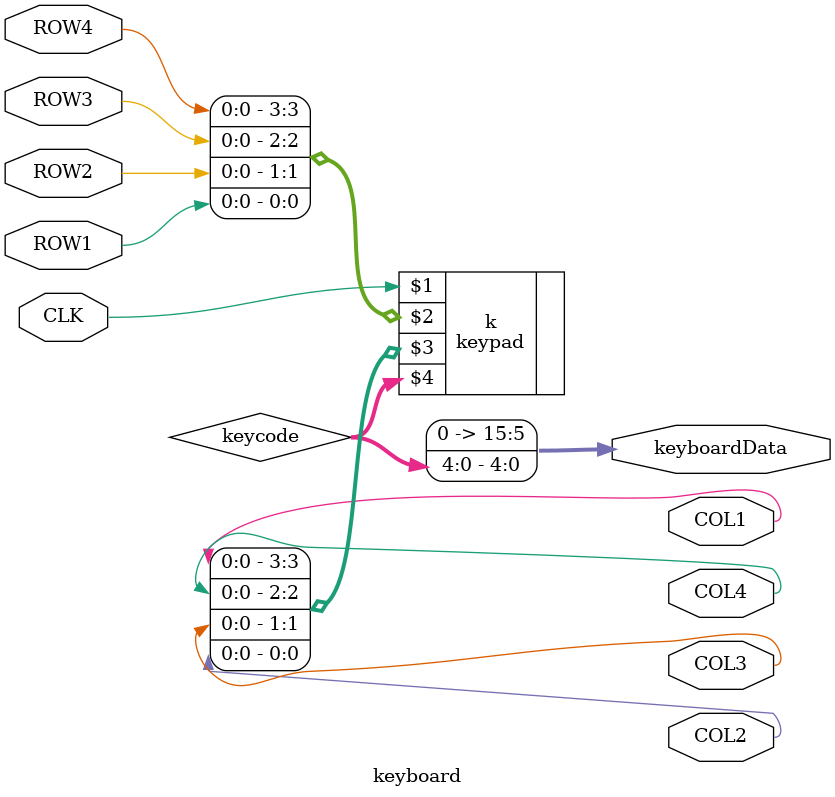
<source format=v>
`include "keypad.v"

module keyboard (
    input CLK,
    output COL1,    // keypad column 1
    output COL2,    // keypad column 2
    output COL3,    // keypad column 3
    output COL4,    // keypad column 4
    input ROW1,     // keypad row 1
    input ROW2,     // keypad row 2
    input ROW3,     // keypad row 3
    input ROW4,     // keypad row 4
    output [15:0] keyboardData
);
    reg [4:0] keycode;

    // 4x4 keypad
    keypad k(CLK, {ROW4,ROW3,ROW2,ROW1}, {COL1,COL4,COL3,COL2}, keycode);
    
    assign keyboardData[15:5] = 0;
    assign keyboardData[4:0] = keycode;
    
endmodule


</source>
